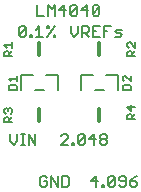
<source format=gbr>
G04 EAGLE Gerber RS-274X export*
G75*
%MOMM*%
%FSLAX34Y34*%
%LPD*%
%INSilkscreen Top*%
%IPPOS*%
%AMOC8*
5,1,8,0,0,1.08239X$1,22.5*%
G01*
%ADD10C,0.152400*%
%ADD11C,0.203200*%
%ADD12C,0.304800*%


D10*
X86364Y3302D02*
X86364Y11945D01*
X82042Y7624D01*
X87804Y7624D01*
X91397Y4743D02*
X91397Y3302D01*
X91397Y4743D02*
X92838Y4743D01*
X92838Y3302D01*
X91397Y3302D01*
X96075Y4743D02*
X96075Y10505D01*
X97515Y11945D01*
X100396Y11945D01*
X101837Y10505D01*
X101837Y4743D01*
X100396Y3302D01*
X97515Y3302D01*
X96075Y4743D01*
X101837Y10505D01*
X105430Y4743D02*
X106871Y3302D01*
X109752Y3302D01*
X111192Y4743D01*
X111192Y10505D01*
X109752Y11945D01*
X106871Y11945D01*
X105430Y10505D01*
X105430Y9064D01*
X106871Y7624D01*
X111192Y7624D01*
X117666Y10505D02*
X120547Y11945D01*
X117666Y10505D02*
X114785Y7624D01*
X114785Y4743D01*
X116226Y3302D01*
X119107Y3302D01*
X120547Y4743D01*
X120547Y6183D01*
X119107Y7624D01*
X114785Y7624D01*
X62404Y38862D02*
X56642Y38862D01*
X62404Y44624D01*
X62404Y46065D01*
X60964Y47505D01*
X58083Y47505D01*
X56642Y46065D01*
X65997Y40303D02*
X65997Y38862D01*
X65997Y40303D02*
X67438Y40303D01*
X67438Y38862D01*
X65997Y38862D01*
X70675Y40303D02*
X70675Y46065D01*
X72115Y47505D01*
X74996Y47505D01*
X76437Y46065D01*
X76437Y40303D01*
X74996Y38862D01*
X72115Y38862D01*
X70675Y40303D01*
X76437Y46065D01*
X84352Y47505D02*
X84352Y38862D01*
X80030Y43184D02*
X84352Y47505D01*
X85792Y43184D02*
X80030Y43184D01*
X89385Y46065D02*
X90826Y47505D01*
X93707Y47505D01*
X95147Y46065D01*
X95147Y44624D01*
X93707Y43184D01*
X95147Y41743D01*
X95147Y40303D01*
X93707Y38862D01*
X90826Y38862D01*
X89385Y40303D01*
X89385Y41743D01*
X90826Y43184D01*
X89385Y44624D01*
X89385Y46065D01*
X90826Y43184D02*
X93707Y43184D01*
X44624Y10505D02*
X43184Y11945D01*
X40303Y11945D01*
X38862Y10505D01*
X38862Y4743D01*
X40303Y3302D01*
X43184Y3302D01*
X44624Y4743D01*
X44624Y7624D01*
X41743Y7624D01*
X48217Y11945D02*
X48217Y3302D01*
X53979Y3302D02*
X48217Y11945D01*
X53979Y11945D02*
X53979Y3302D01*
X57572Y3302D02*
X57572Y11945D01*
X57572Y3302D02*
X61894Y3302D01*
X63335Y4743D01*
X63335Y10505D01*
X61894Y11945D01*
X57572Y11945D01*
X13462Y41743D02*
X13462Y47505D01*
X13462Y41743D02*
X16343Y38862D01*
X19224Y41743D01*
X19224Y47505D01*
X22817Y38862D02*
X25698Y38862D01*
X24258Y38862D02*
X24258Y47505D01*
X25698Y47505D02*
X22817Y47505D01*
X29054Y47505D02*
X29054Y38862D01*
X34816Y38862D02*
X29054Y47505D01*
X34816Y47505D02*
X34816Y38862D01*
X21082Y131743D02*
X21082Y137505D01*
X22523Y138945D01*
X25404Y138945D01*
X26844Y137505D01*
X26844Y131743D01*
X25404Y130302D01*
X22523Y130302D01*
X21082Y131743D01*
X26844Y137505D01*
X30437Y131743D02*
X30437Y130302D01*
X30437Y131743D02*
X31878Y131743D01*
X31878Y130302D01*
X30437Y130302D01*
X35115Y136064D02*
X37996Y138945D01*
X37996Y130302D01*
X35115Y130302D02*
X40877Y130302D01*
X50232Y130302D02*
X50232Y131743D01*
X51673Y131743D01*
X51673Y130302D01*
X50232Y130302D01*
X45911Y138945D02*
X44470Y138945D01*
X45911Y138945D02*
X45911Y137505D01*
X44470Y137505D01*
X44470Y138945D01*
X51673Y138945D02*
X44470Y130302D01*
X64740Y133183D02*
X64740Y138945D01*
X64740Y133183D02*
X67621Y130302D01*
X70502Y133183D01*
X70502Y138945D01*
X74095Y138945D02*
X74095Y130302D01*
X74095Y138945D02*
X78416Y138945D01*
X79857Y137505D01*
X79857Y134624D01*
X78416Y133183D01*
X74095Y133183D01*
X76976Y133183D02*
X79857Y130302D01*
X83450Y138945D02*
X89212Y138945D01*
X83450Y138945D02*
X83450Y130302D01*
X89212Y130302D01*
X86331Y134624D02*
X83450Y134624D01*
X92805Y138945D02*
X92805Y130302D01*
X92805Y138945D02*
X98567Y138945D01*
X95686Y134624D02*
X92805Y134624D01*
X102160Y130302D02*
X106482Y130302D01*
X107923Y131743D01*
X106482Y133183D01*
X103601Y133183D01*
X102160Y134624D01*
X103601Y136064D01*
X107923Y136064D01*
X36322Y148082D02*
X36322Y156725D01*
X36322Y148082D02*
X42084Y148082D01*
X45677Y148082D02*
X45677Y156725D01*
X48558Y153844D01*
X51439Y156725D01*
X51439Y148082D01*
X59354Y148082D02*
X59354Y156725D01*
X55032Y152404D01*
X60795Y152404D01*
X64388Y149523D02*
X64388Y155285D01*
X65828Y156725D01*
X68709Y156725D01*
X70150Y155285D01*
X70150Y149523D01*
X68709Y148082D01*
X65828Y148082D01*
X64388Y149523D01*
X70150Y155285D01*
X78064Y156725D02*
X78064Y148082D01*
X73743Y152404D02*
X78064Y156725D01*
X79505Y152404D02*
X73743Y152404D01*
X83098Y149523D02*
X83098Y155285D01*
X84539Y156725D01*
X87420Y156725D01*
X88860Y155285D01*
X88860Y149523D01*
X87420Y148082D01*
X84539Y148082D01*
X83098Y149523D01*
X88860Y155285D01*
D11*
X22376Y98044D02*
X22376Y84916D01*
X22376Y98044D02*
X32464Y98044D01*
X53824Y98044D02*
X53824Y84916D01*
X53824Y98044D02*
X43736Y98044D01*
X41824Y84836D02*
X34236Y84836D01*
D10*
X18796Y84854D02*
X12186Y84854D01*
X18796Y84854D02*
X18796Y88159D01*
X17694Y89260D01*
X13288Y89260D01*
X12186Y88159D01*
X12186Y84854D01*
X14390Y92338D02*
X12186Y94541D01*
X18796Y94541D01*
X18796Y92338D02*
X18796Y96744D01*
D11*
X73176Y98044D02*
X73176Y84916D01*
X73176Y98044D02*
X83264Y98044D01*
X104624Y98044D02*
X104624Y84916D01*
X104624Y98044D02*
X94536Y98044D01*
X92624Y84836D02*
X85036Y84836D01*
D10*
X108706Y84854D02*
X115316Y84854D01*
X115316Y88159D01*
X114214Y89260D01*
X109808Y89260D01*
X108706Y88159D01*
X108706Y84854D01*
X115316Y92338D02*
X115316Y96744D01*
X115316Y92338D02*
X110910Y96744D01*
X109808Y96744D01*
X108706Y95643D01*
X108706Y93439D01*
X109808Y92338D01*
D12*
X38100Y114300D02*
X38100Y124460D01*
D10*
X14986Y113429D02*
X8376Y113429D01*
X8376Y116734D01*
X9478Y117835D01*
X11681Y117835D01*
X12783Y116734D01*
X12783Y113429D01*
X12783Y115632D02*
X14986Y117835D01*
X10580Y120913D02*
X8376Y123116D01*
X14986Y123116D01*
X14986Y120913D02*
X14986Y125319D01*
D12*
X88900Y124460D02*
X88900Y114300D01*
D10*
X112516Y113429D02*
X119126Y113429D01*
X112516Y113429D02*
X112516Y116734D01*
X113618Y117835D01*
X115821Y117835D01*
X116923Y116734D01*
X116923Y113429D01*
X116923Y115632D02*
X119126Y117835D01*
X119126Y120913D02*
X119126Y125319D01*
X119126Y120913D02*
X114720Y125319D01*
X113618Y125319D01*
X112516Y124218D01*
X112516Y122014D01*
X113618Y120913D01*
D12*
X38100Y68580D02*
X38100Y58420D01*
D10*
X14986Y57549D02*
X8376Y57549D01*
X8376Y60854D01*
X9478Y61955D01*
X11681Y61955D01*
X12783Y60854D01*
X12783Y57549D01*
X12783Y59752D02*
X14986Y61955D01*
X9478Y65033D02*
X8376Y66134D01*
X8376Y68338D01*
X9478Y69439D01*
X10580Y69439D01*
X11681Y68338D01*
X11681Y67236D01*
X11681Y68338D02*
X12783Y69439D01*
X13884Y69439D01*
X14986Y68338D01*
X14986Y66134D01*
X13884Y65033D01*
D12*
X88900Y68580D02*
X88900Y58420D01*
D10*
X112516Y60089D02*
X119126Y60089D01*
X112516Y60089D02*
X112516Y63394D01*
X113618Y64495D01*
X115821Y64495D01*
X116923Y63394D01*
X116923Y60089D01*
X116923Y62292D02*
X119126Y64495D01*
X119126Y70878D02*
X112516Y70878D01*
X115821Y67573D01*
X115821Y71979D01*
M02*

</source>
